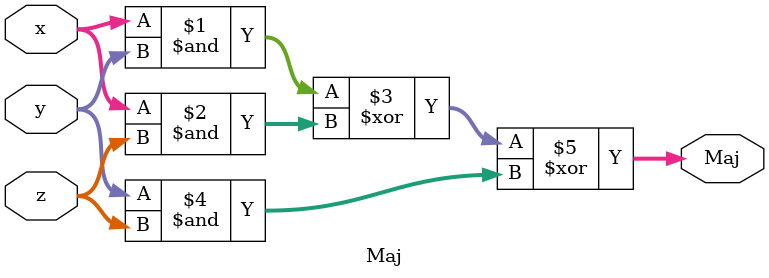
<source format=v>
/*
SHA256核心压缩函数

# 题目描述
SHA256是SHA-2下细分出的一种密码散列函数算法，可以把消息或数据压缩成摘要。该函数将数据打乱混合，重新创建一个叫做散列值（或哈希值）的指纹。SHA256广泛用于文件完整性检查、数字签名，以及某云盘的秒上传、比特币挖矿等功能。
其中，SHA256中的一个核心为下面的映射（题图）：
    S0 = (A rr 2) xor (A rr 13) xor (A rr 22)
    t2 = S0 + Maj(A,B,C)
    S1 = (E rr 6) xor (E rr 11) xor (E rr 25)
    ch = (E and F) xor ((not E) and G)
    t1 = H + S1 + ch + Kt + Wt
    (A, B, C, D, E, F, G, H) = (t1+t2, A, B, C, D+t1, E, F, G)
其中
（1） 加法为32比特无符号加法，自然溢出，即结果为(A+B) mod 2^32。
（2） Maj(A,B,C)为投票函数，A、B、C三个输入中，如果对应比特中，有两个或三个1，则Maj(A,B,C)对应比特为1，否则为0。
    例如：
    A = 32’b10100001111000100100101110101010;
    B = 32’b00011000111110000110100001110010;
    C = 32’b01000111010010111010100011000110;
    Maj=32’b00000001111010100110100011100010;
（3） rr为循环右移，移出的低位放到该数的高位
请根据上述信息，补全代码，实现上述功能。（本题目不显示波形和电路图）
例如，输入为：
    Kt =dd98c76c
    Wt =2cfab1ef
    a_in=970e6947
    b_in=82eb1577
    c_in=a0a1bc71
    d_in=af2b3020
    e_in=371feebc
    f_in=4c38ed92
    g_in=7d72a3f4
    h_in=45c1d292
内部变量为：
    maj =82ab3d77
    s0 =965a3c7e
    s1 =a8adc25c
    t1 =457bfc19
    t2 =190579f5
    ch =4c78edd0
输出为：
    a_out=5e81760e
    b_out=970e6947
    c_out=82eb1577
    d_out=a0a1bc71
    e_out=f4a72c39
    f_out=371feebc
    g_out=4c38ed92
    h_out=7d72a3f4

# 输入格式
input [31:0] Kt, Wt
input [31:0] a_in, b_in, c_in, d_in, e_in, f_in, g_in, h_in

# 输出格式
output [31:0] a_out, b_out, c_out, d_out, e_out, f_out, g_out, h_out
*/

// round compression function
module sha256_round (
    input [31:0] Kt, Wt,
    input [31:0] a_in, b_in, c_in, d_in, e_in, f_in, g_in, h_in,
    output [31:0] a_out, b_out, c_out, d_out, e_out, f_out, g_out, h_out
);
    wire [31:0] maj, s0, s1, t1, t2, ch;
    sha256_S0 s0m(a_in, s0);
    Maj majm(a_in, b_in, c_in, maj);
    assign t2 = s0 + maj;
    sha256_S1 s1m(e_in, s1);
    Ch chm(e_in, f_in, g_in, ch);
    assign t1 = h_in + s1 + ch + Kt + Wt;
    assign a_out = t1 + t2;
    assign b_out = a_in;
    assign c_out = b_in;
    assign d_out = c_in;
    assign e_out = d_in + t1;
    assign f_out = e_in;
    assign g_out = f_in;
    assign h_out = g_in;
endmodule

// S0(x)
module sha256_S0 (
    input wire [31:0] x,
    output wire [31:0] S0
);
    assign S0 = ({x[1:0], x[31:2]} ^ {x[12:0], x[31:13]} ^ {x[21:0], x[31:22]});
endmodule

// S1(x)
module sha256_S1 (
    input wire [31:0] x,
    output wire [31:0] S1
    );
    assign S1 = ({x[5:0], x[31:6]} ^ {x[10:0], x[31:11]} ^ {x[24:0], x[31:25]});
endmodule

// Ch(x,y,z)
module Ch (
    input wire [31:0] x, y, z,
    output wire [31:0] Ch
);
    assign Ch = ((x & y) ^ (~x & z));
endmodule

// Maj(x,y,z)
module Maj (
    input wire [31:0] x, y, z,
    output wire [31:0] Maj
);
    assign Maj = ((x & y) ^ (x & z) ^ (y & z));
endmodule
</source>
